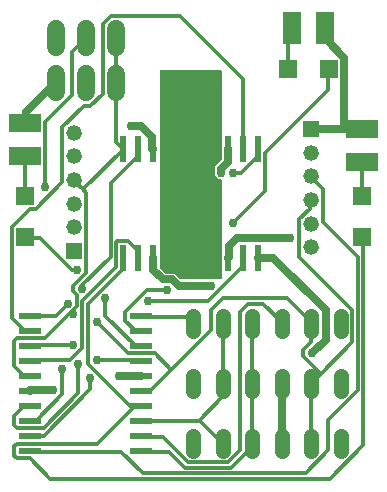
<source format=gbr>
G04 EAGLE Gerber X2 export*
%TF.Part,Single*%
%TF.FileFunction,Copper,L1,Top,Mixed*%
%TF.FilePolarity,Positive*%
%TF.GenerationSoftware,Autodesk,EAGLE,9.1.0*%
%TF.CreationDate,2018-12-20T05:45:18Z*%
G75*
%MOMM*%
%FSLAX34Y34*%
%LPD*%
%AMOC8*
5,1,8,0,0,1.08239X$1,22.5*%
G01*
%ADD10R,0.600000X2.200000*%
%ADD11R,1.320800X1.320800*%
%ADD12C,1.320800*%
%ADD13C,1.308000*%
%ADD14R,1.981200X0.558800*%
%ADD15C,1.524000*%
%ADD16R,2.700000X1.600000*%
%ADD17R,1.600000X2.700000*%
%ADD18R,1.500000X1.500000*%
%ADD19C,0.756400*%
%ADD20C,0.700000*%
%ADD21C,0.300000*%

G36*
X190520Y197042D02*
X190520Y197042D01*
X190539Y197040D01*
X190641Y197062D01*
X190743Y197079D01*
X190760Y197088D01*
X190780Y197092D01*
X190869Y197145D01*
X190960Y197194D01*
X190974Y197208D01*
X190991Y197218D01*
X191058Y197297D01*
X191130Y197372D01*
X191138Y197390D01*
X191151Y197405D01*
X191190Y197501D01*
X191233Y197595D01*
X191235Y197615D01*
X191243Y197633D01*
X191261Y197800D01*
X191261Y281206D01*
X191258Y281226D01*
X191260Y281245D01*
X191238Y281347D01*
X191222Y281449D01*
X191212Y281466D01*
X191208Y281486D01*
X191155Y281575D01*
X191106Y281666D01*
X191092Y281680D01*
X191082Y281697D01*
X191003Y281764D01*
X190928Y281836D01*
X190910Y281844D01*
X190895Y281857D01*
X190799Y281896D01*
X190705Y281939D01*
X190685Y281941D01*
X190667Y281949D01*
X190500Y281967D01*
X188941Y281967D01*
X185832Y285076D01*
X185832Y289472D01*
X185891Y289531D01*
X185944Y289605D01*
X186004Y289675D01*
X186016Y289705D01*
X186035Y289731D01*
X186062Y289818D01*
X186096Y289903D01*
X186100Y289944D01*
X186107Y289966D01*
X186106Y289998D01*
X186114Y290069D01*
X186114Y292748D01*
X189281Y295915D01*
X191038Y297672D01*
X191091Y297746D01*
X191151Y297816D01*
X191163Y297846D01*
X191182Y297872D01*
X191209Y297959D01*
X191243Y298044D01*
X191247Y298085D01*
X191254Y298107D01*
X191253Y298139D01*
X191261Y298211D01*
X191261Y373300D01*
X191258Y373320D01*
X191260Y373339D01*
X191238Y373441D01*
X191222Y373543D01*
X191212Y373560D01*
X191208Y373580D01*
X191155Y373669D01*
X191106Y373760D01*
X191092Y373774D01*
X191082Y373791D01*
X191003Y373858D01*
X190928Y373930D01*
X190910Y373938D01*
X190895Y373951D01*
X190799Y373990D01*
X190705Y374033D01*
X190685Y374035D01*
X190667Y374043D01*
X190500Y374061D01*
X139700Y374061D01*
X139680Y374058D01*
X139661Y374060D01*
X139559Y374038D01*
X139457Y374022D01*
X139440Y374012D01*
X139420Y374008D01*
X139331Y373955D01*
X139240Y373906D01*
X139226Y373892D01*
X139209Y373882D01*
X139142Y373803D01*
X139071Y373728D01*
X139062Y373710D01*
X139049Y373695D01*
X139010Y373599D01*
X138967Y373505D01*
X138965Y373485D01*
X138957Y373467D01*
X138939Y373300D01*
X138939Y206652D01*
X138954Y206562D01*
X138961Y206471D01*
X138973Y206441D01*
X138979Y206409D01*
X139021Y206328D01*
X139057Y206244D01*
X139083Y206212D01*
X139094Y206191D01*
X139117Y206169D01*
X139162Y206113D01*
X143233Y202042D01*
X143307Y201989D01*
X143377Y201929D01*
X143407Y201917D01*
X143433Y201898D01*
X143520Y201871D01*
X143605Y201837D01*
X143646Y201833D01*
X143668Y201826D01*
X143700Y201827D01*
X143772Y201819D01*
X151373Y201819D01*
X155930Y197262D01*
X156004Y197209D01*
X156074Y197149D01*
X156104Y197137D01*
X156130Y197118D01*
X156217Y197091D01*
X156302Y197057D01*
X156343Y197053D01*
X156365Y197046D01*
X156397Y197047D01*
X156469Y197039D01*
X190500Y197039D01*
X190520Y197042D01*
G37*
D10*
X120650Y215300D03*
X196850Y307300D03*
X107950Y215300D03*
X133350Y215300D03*
X146050Y215300D03*
X184150Y307300D03*
X209550Y307300D03*
X222250Y307300D03*
X171450Y215300D03*
X209550Y215300D03*
X158750Y215300D03*
X184150Y215300D03*
X222250Y215300D03*
X196850Y215300D03*
X171450Y307300D03*
X158750Y307300D03*
X146050Y307300D03*
X133350Y307300D03*
X120650Y307300D03*
X107950Y307300D03*
D11*
X266700Y324000D03*
D12*
X266700Y304000D03*
X266700Y284000D03*
X266700Y264000D03*
X266700Y244000D03*
X266700Y224000D03*
D11*
X66500Y221000D03*
D12*
X66500Y241000D03*
X66500Y261000D03*
X66500Y281000D03*
X66500Y301000D03*
X66500Y321000D03*
D13*
X292100Y166240D02*
X292100Y153160D01*
X267100Y153160D02*
X267100Y166240D01*
X242100Y166240D02*
X242100Y153160D01*
X217100Y153160D02*
X217100Y166240D01*
X192100Y166240D02*
X192100Y153160D01*
X167100Y153160D02*
X167100Y166240D01*
X292100Y64640D02*
X292100Y51560D01*
X267100Y51560D02*
X267100Y64640D01*
X242100Y64640D02*
X242100Y51560D01*
X217100Y51560D02*
X217100Y64640D01*
X192100Y64640D02*
X192100Y51560D01*
X167100Y51560D02*
X167100Y64640D01*
X292100Y102360D02*
X292100Y115440D01*
X267100Y115440D02*
X267100Y102360D01*
X242100Y102360D02*
X242100Y115440D01*
X217100Y115440D02*
X217100Y102360D01*
X192100Y102360D02*
X192100Y115440D01*
X167100Y115440D02*
X167100Y102360D01*
D14*
X123190Y51750D03*
X123190Y64450D03*
X123190Y77150D03*
X123190Y89850D03*
X123190Y102550D03*
X123190Y115250D03*
X123190Y127950D03*
X123190Y140650D03*
X123190Y153350D03*
X123190Y166050D03*
X29210Y166050D03*
X29210Y153350D03*
X29210Y140650D03*
X29210Y127950D03*
X29210Y115250D03*
X29210Y102550D03*
X29210Y89850D03*
X29210Y77150D03*
X29210Y64450D03*
X29210Y51750D03*
D15*
X101600Y393380D02*
X101600Y408620D01*
X76200Y408620D02*
X76200Y393380D01*
X50800Y393380D02*
X50800Y408620D01*
X101600Y370520D02*
X101600Y355280D01*
X76200Y355280D02*
X76200Y370520D01*
X50800Y370520D02*
X50800Y355280D01*
D16*
X310000Y324000D03*
X310000Y296000D03*
X25000Y329000D03*
X25000Y301000D03*
D17*
X279000Y410000D03*
X251000Y410000D03*
D18*
X310000Y267500D03*
X310000Y232500D03*
X25000Y267500D03*
X25000Y232500D03*
X247500Y375000D03*
X282500Y375000D03*
D19*
X177800Y330200D03*
X165100Y330200D03*
X152400Y330200D03*
X152400Y342900D03*
X165100Y342900D03*
X177800Y342900D03*
X177800Y355600D03*
X165100Y355600D03*
X152400Y355600D03*
D20*
X48633Y102921D02*
X29406Y102921D01*
X29210Y102550D01*
X104052Y115362D02*
X122148Y115362D01*
X123190Y115250D01*
X26013Y329121D02*
X26013Y338169D01*
X49764Y361920D01*
X26013Y329121D02*
X25000Y329000D01*
X49764Y361920D02*
X50800Y362900D01*
X266916Y324597D02*
X295191Y324597D01*
X309894Y324597D01*
X310000Y324000D01*
X266916Y324597D02*
X266700Y324000D01*
X279357Y400374D02*
X279357Y409422D01*
X279357Y400374D02*
X295191Y384540D01*
X295191Y324597D01*
X279357Y409422D02*
X279000Y410000D01*
D19*
X48633Y102921D03*
X104052Y115362D03*
X149800Y272400D03*
X159800Y272400D03*
X149800Y262400D03*
D21*
X101790Y363051D02*
X101790Y400374D01*
X101790Y363051D02*
X101600Y362900D01*
X101790Y400374D02*
X101600Y401000D01*
X28275Y115362D02*
X23751Y115362D01*
X15834Y123279D01*
X15834Y144768D01*
X18096Y147030D01*
X41847Y147030D01*
X63902Y169085D02*
X68991Y174174D01*
X63902Y169085D02*
X41847Y147030D01*
X68991Y174174D02*
X68991Y183222D01*
X65598Y186615D01*
X65598Y191139D01*
X76908Y202449D01*
X76908Y270309D01*
X74081Y273137D02*
X66729Y280488D01*
X74081Y273137D02*
X76908Y270309D01*
X29210Y115250D02*
X28275Y115362D01*
X66729Y280488D02*
X66500Y281000D01*
X74081Y273137D02*
X107445Y306501D01*
X107950Y307300D01*
X101790Y313287D02*
X101790Y361920D01*
X101790Y313287D02*
X107445Y307632D01*
X101790Y361920D02*
X101600Y362900D01*
X107445Y307632D02*
X107950Y307300D01*
X123279Y102921D02*
X131196Y102921D01*
X148727Y120452D02*
X182091Y153816D01*
X148727Y120452D02*
X131196Y102921D01*
X182091Y153816D02*
X182091Y170781D01*
X192270Y180960D01*
X246558Y180960D01*
X266916Y160602D01*
X123279Y102921D02*
X123190Y102550D01*
X267100Y159700D02*
X266916Y160602D01*
X266916Y108576D02*
X266916Y58812D01*
X267100Y58100D01*
X266916Y108576D02*
X267100Y108900D01*
X265785Y256737D02*
X265785Y263523D01*
X265785Y256737D02*
X256737Y247689D01*
X256737Y216021D01*
X301977Y170781D01*
X301977Y143637D01*
X275399Y117059D02*
X268047Y109707D01*
X275399Y117059D02*
X301977Y143637D01*
X265785Y263523D02*
X266700Y264000D01*
X268047Y109707D02*
X267100Y108900D01*
X266916Y143637D02*
X266916Y158340D01*
X266916Y143637D02*
X260130Y136851D01*
X260130Y132327D01*
X275399Y117059D01*
X266916Y158340D02*
X267100Y159700D01*
X65598Y167388D02*
X63902Y169085D01*
X85956Y160602D02*
X111969Y134589D01*
X134589Y134589D01*
X148727Y120452D01*
D19*
X65598Y167388D03*
X85956Y160602D03*
D20*
X222807Y214890D02*
X235248Y214890D01*
X279357Y170781D01*
X279357Y145899D01*
X268047Y134589D01*
X222807Y214890D02*
X222250Y215300D01*
X242034Y108576D02*
X242034Y58812D01*
X242100Y58100D01*
X242034Y108576D02*
X242100Y108900D01*
D19*
X268047Y134589D03*
D21*
X311025Y56550D02*
X311025Y231855D01*
X311025Y56550D02*
X282750Y28275D01*
X46371Y28275D01*
X29406Y45240D01*
X18096Y45240D01*
X15834Y47502D01*
X15834Y55419D01*
X18096Y57681D01*
X85956Y57681D01*
X117624Y89349D01*
X122148Y89349D01*
X310000Y232500D02*
X311025Y231855D01*
X123190Y89850D02*
X122148Y89349D01*
X107445Y205842D02*
X107445Y214890D01*
X107445Y205842D02*
X78039Y176436D01*
X78039Y125541D01*
X115362Y88218D01*
X107445Y214890D02*
X107950Y215300D01*
X123190Y89850D02*
X115362Y88218D01*
X122148Y128934D02*
X85956Y128934D01*
X41847Y274833D02*
X41847Y330252D01*
X64467Y352872D01*
X64467Y389064D01*
X75777Y400374D01*
X122148Y128934D02*
X123190Y127950D01*
X75777Y400374D02*
X76200Y401000D01*
D19*
X85956Y128934D03*
X41847Y274833D03*
D21*
X37323Y231855D02*
X26013Y231855D01*
X37323Y231855D02*
X64467Y204711D01*
X68991Y204711D01*
X92742Y180960D02*
X92742Y166257D01*
X117624Y141375D01*
X122148Y141375D01*
X26013Y231855D02*
X25000Y232500D01*
X122148Y141375D02*
X123190Y140650D01*
X221676Y300846D02*
X221676Y306501D01*
X221676Y300846D02*
X208104Y287274D01*
X201318Y287274D01*
X221676Y306501D02*
X222250Y307300D01*
D19*
X68991Y204711D03*
X92742Y180960D03*
X201318Y287274D03*
D21*
X281619Y357396D02*
X281619Y374361D01*
X281619Y357396D02*
X228462Y304239D01*
X228462Y271440D01*
X201318Y244296D01*
X144768Y187746D02*
X127803Y187746D01*
X109707Y169650D01*
X109707Y161733D01*
X117624Y153816D01*
X122148Y153816D01*
X281619Y374361D02*
X282500Y375000D01*
X123190Y153350D02*
X122148Y153816D01*
D19*
X201318Y244296D03*
X144768Y187746D03*
D21*
X40716Y64467D02*
X29406Y64467D01*
X40716Y64467D02*
X80301Y104052D01*
X80301Y113100D01*
X29406Y64467D02*
X29210Y64450D01*
D19*
X80301Y113100D03*
D21*
X106314Y50895D02*
X29406Y50895D01*
X106314Y50895D02*
X124410Y32799D01*
X262392Y32799D01*
X281619Y52026D01*
X281619Y78039D01*
X306501Y102921D01*
X306501Y216021D01*
X277095Y245427D01*
X277095Y273702D01*
X266916Y283881D01*
X29210Y51750D02*
X29406Y50895D01*
X266700Y284000D02*
X266916Y283881D01*
D20*
X133458Y214890D02*
X133458Y204711D01*
X141375Y196794D01*
X149292Y196794D01*
X154947Y191139D01*
X182091Y191139D01*
X133458Y214890D02*
X133350Y215300D01*
D19*
X182091Y191139D03*
D20*
X197925Y216021D02*
X197925Y225069D01*
X204711Y231855D01*
X248820Y231855D01*
X197925Y216021D02*
X196850Y215300D01*
D19*
X248820Y231855D03*
D21*
X28275Y89349D02*
X23751Y89349D01*
X15834Y81432D01*
X15834Y73515D01*
X18096Y71253D01*
X40716Y71253D01*
X70122Y100659D01*
X70122Y125541D01*
X29210Y89850D02*
X28275Y89349D01*
D19*
X70122Y125541D03*
D21*
X35061Y78039D02*
X29406Y78039D01*
X35061Y78039D02*
X56550Y99528D01*
X56550Y121017D01*
X29406Y78039D02*
X29210Y77150D01*
D19*
X56550Y121017D03*
D20*
X196794Y296322D02*
X196794Y306501D01*
X196794Y296322D02*
X191139Y290667D01*
X191139Y287274D01*
X196794Y306501D02*
X196850Y307300D01*
D19*
X191139Y287274D03*
D20*
X132327Y307632D02*
X132327Y317811D01*
X123279Y326859D01*
X114231Y326859D01*
X132327Y307632D02*
X133350Y307300D01*
D19*
X114231Y326859D03*
D21*
X123279Y165126D02*
X161733Y165126D01*
X166257Y160602D01*
X123279Y165126D02*
X123190Y166050D01*
X166257Y160602D02*
X167100Y159700D01*
X147030Y50895D02*
X123279Y50895D01*
X147030Y50895D02*
X160602Y37323D01*
X199056Y37323D01*
X216021Y54288D01*
X216021Y57681D01*
X123279Y50895D02*
X123190Y51750D01*
X216021Y57681D02*
X217100Y58100D01*
X217152Y58812D02*
X217152Y108576D01*
X217100Y108900D01*
X217152Y58812D02*
X217100Y58100D01*
X217152Y109707D02*
X217152Y159471D01*
X217100Y159700D01*
X217152Y109707D02*
X217100Y108900D01*
X173043Y76908D02*
X123279Y76908D01*
X173043Y76908D02*
X191139Y58812D01*
X123279Y76908D02*
X123190Y77150D01*
X191139Y58812D02*
X192100Y58100D01*
X191139Y96135D02*
X191139Y108576D01*
X191139Y96135D02*
X173043Y78039D01*
X191139Y108576D02*
X192100Y108900D01*
X173043Y78039D02*
X173043Y76908D01*
X192270Y109707D02*
X192270Y159471D01*
X192100Y159700D01*
X192270Y109707D02*
X192100Y108900D01*
X63336Y128934D02*
X29406Y128934D01*
X63336Y128934D02*
X73515Y139113D01*
X73515Y178698D01*
X101790Y206973D01*
X101790Y228462D01*
X102921Y229593D01*
X111969Y229593D01*
X119886Y221676D01*
X119886Y216021D01*
X29406Y128934D02*
X29210Y127950D01*
X119886Y216021D02*
X120650Y215300D01*
X65598Y141375D02*
X29406Y141375D01*
X128934Y178698D02*
X179829Y178698D01*
X209235Y208104D01*
X209235Y214890D01*
X29406Y141375D02*
X29210Y140650D01*
X209235Y214890D02*
X209550Y215300D01*
D19*
X65598Y141375D03*
X128934Y178698D03*
D21*
X28275Y153816D02*
X23751Y153816D01*
X13572Y163995D01*
X13572Y240903D01*
X29406Y256737D01*
X33930Y256737D01*
X56550Y279357D01*
X56550Y325728D01*
X74646Y343824D01*
X80301Y343824D01*
X90480Y354003D01*
X90480Y412815D01*
X97266Y419601D01*
X156078Y419601D01*
X209235Y366444D01*
X209235Y307632D01*
X29210Y153350D02*
X28275Y153816D01*
X209235Y307632D02*
X209550Y307300D01*
X50895Y166257D02*
X29406Y166257D01*
X50895Y166257D02*
X61074Y176436D01*
X73515Y188877D02*
X73515Y192270D01*
X97266Y216021D01*
X97266Y278226D01*
X119886Y300846D01*
X119886Y306501D01*
X29406Y166257D02*
X29210Y166050D01*
X119886Y306501D02*
X120650Y307300D01*
D19*
X61074Y176436D03*
X73515Y188877D03*
D21*
X309894Y268047D02*
X309894Y295191D01*
X309894Y268047D02*
X310000Y267500D01*
X309894Y295191D02*
X310000Y296000D01*
X24882Y300846D02*
X24882Y268047D01*
X25000Y267500D01*
X24882Y300846D02*
X25000Y301000D01*
X247689Y375492D02*
X247689Y407160D01*
X249951Y409422D01*
X247689Y375492D02*
X247500Y375000D01*
X249951Y409422D02*
X251000Y410000D01*
X141375Y63336D02*
X123279Y63336D01*
X141375Y63336D02*
X162864Y41847D01*
X196794Y41847D01*
X206973Y52026D01*
X206973Y169650D01*
X213759Y176436D01*
X226200Y176436D01*
X242034Y160602D01*
X123190Y64450D02*
X123279Y63336D01*
X242100Y159700D02*
X242034Y160602D01*
M02*

</source>
